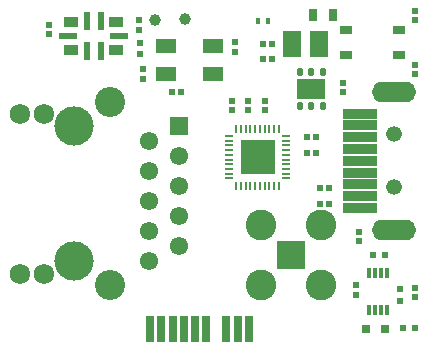
<source format=gts>
G04*
G04 #@! TF.GenerationSoftware,Altium Limited,Altium Designer,21.6.4 (81)*
G04*
G04 Layer_Color=8388736*
%FSLAX44Y44*%
%MOMM*%
G71*
G04*
G04 #@! TF.SameCoordinates,BBD99886-0AEC-46FA-8170-3E0A894F067B*
G04*
G04*
G04 #@! TF.FilePolarity,Negative*
G04*
G01*
G75*
%ADD22R,0.4725X0.5153*%
%ADD23R,1.1938X0.8890*%
%ADD24R,1.4986X0.5588*%
%ADD25R,0.5588X1.4986*%
%ADD26R,0.5725X0.6153*%
%ADD27R,0.4725X0.5811*%
%ADD29R,0.6000X0.5000*%
%ADD30R,0.8000X0.8000*%
%ADD31R,0.5000X0.6000*%
%ADD33R,0.5153X0.4725*%
%ADD34C,1.0000*%
%ADD35R,0.5200X0.5200*%
%ADD36R,1.8000X1.2000*%
%ADD38R,0.4000X0.5000*%
%ADD40R,0.5621X0.5596*%
%ADD42R,1.5549X2.3062*%
%ADD45R,0.3760X0.9260*%
%ADD46R,0.6260X0.5760*%
%ADD47R,2.8560X0.8760*%
%ADD48R,0.2760X0.6760*%
%ADD49R,0.6760X0.2760*%
%ADD50R,2.8760X2.8760*%
%ADD51R,0.7260X1.1260*%
%ADD52R,1.0760X0.7760*%
%ADD53O,0.4760X0.7760*%
%ADD54R,2.4760X1.7260*%
%ADD55R,0.6700X2.2450*%
%ADD56C,2.5510*%
%ADD57C,1.7260*%
%ADD58C,1.5540*%
%ADD59R,1.5540X1.5540*%
%ADD60C,3.3260*%
%ADD61C,2.6018*%
%ADD62R,2.4248X2.4248*%
%ADD63O,3.7360X1.7360*%
%ADD64C,1.3260*%
%ADD65C,0.5760*%
D22*
X641750Y775036D02*
D03*
Y767464D02*
D03*
X951250Y545464D02*
D03*
Y553036D02*
D03*
X796290Y711176D02*
D03*
Y703604D02*
D03*
X810260Y711176D02*
D03*
Y703604D02*
D03*
X824230Y711176D02*
D03*
Y703604D02*
D03*
X951230Y787351D02*
D03*
Y779780D02*
D03*
D23*
X660000Y777500D02*
D03*
X698500D02*
D03*
Y754500D02*
D03*
X660000D02*
D03*
D24*
X657660Y766000D02*
D03*
X700840D02*
D03*
D25*
X673250Y778573D02*
D03*
X685250D02*
D03*
Y753427D02*
D03*
X673250D02*
D03*
D26*
X718000Y771214D02*
D03*
Y779786D02*
D03*
X718250Y759786D02*
D03*
Y751214D02*
D03*
X901000Y546464D02*
D03*
Y555036D02*
D03*
D27*
X903750Y600155D02*
D03*
Y592845D02*
D03*
X951230Y741525D02*
D03*
Y734215D02*
D03*
D29*
X939000Y541500D02*
D03*
Y551500D02*
D03*
D30*
X926250Y518250D02*
D03*
X909750D02*
D03*
D31*
X941500Y518500D02*
D03*
X951500D02*
D03*
X925750Y580390D02*
D03*
X915750D02*
D03*
D33*
X830536Y746250D02*
D03*
X822964D02*
D03*
X822984Y759460D02*
D03*
X830556D02*
D03*
X867386Y680720D02*
D03*
X859814D02*
D03*
X867386Y666750D02*
D03*
X859814D02*
D03*
X871244Y637540D02*
D03*
X878816D02*
D03*
X871244Y623570D02*
D03*
X878816D02*
D03*
D34*
X731520Y779780D02*
D03*
X756500Y780500D02*
D03*
D35*
X721360Y730060D02*
D03*
Y738060D02*
D03*
X798830Y760920D02*
D03*
Y752920D02*
D03*
D36*
X780730Y757490D02*
D03*
X740730D02*
D03*
Y733490D02*
D03*
X780730D02*
D03*
D38*
X826770Y778700D02*
D03*
X818770D02*
D03*
D40*
X890270Y726643D02*
D03*
Y718617D02*
D03*
D42*
X847263Y759460D02*
D03*
X869777D02*
D03*
D45*
X927500Y534000D02*
D03*
X922500D02*
D03*
X917500D02*
D03*
X912500D02*
D03*
Y565500D02*
D03*
X917500D02*
D03*
X922500D02*
D03*
X927500D02*
D03*
D46*
X753050Y718820D02*
D03*
X745550D02*
D03*
D47*
X905050Y700400D02*
D03*
Y620400D02*
D03*
Y690400D02*
D03*
Y680400D02*
D03*
Y670400D02*
D03*
Y660400D02*
D03*
Y650400D02*
D03*
Y640400D02*
D03*
Y630400D02*
D03*
D48*
X800010Y639480D02*
D03*
X804010D02*
D03*
X808010D02*
D03*
X812010D02*
D03*
X816010D02*
D03*
X820010D02*
D03*
X824010D02*
D03*
X828010D02*
D03*
X832010D02*
D03*
X836010D02*
D03*
Y687480D02*
D03*
X832010D02*
D03*
X828010D02*
D03*
X824010D02*
D03*
X820010D02*
D03*
X816010D02*
D03*
X812010D02*
D03*
X808010D02*
D03*
X804010D02*
D03*
X800010D02*
D03*
D49*
X842010Y645480D02*
D03*
Y649480D02*
D03*
Y653480D02*
D03*
Y657480D02*
D03*
Y661480D02*
D03*
Y665480D02*
D03*
Y669480D02*
D03*
Y673480D02*
D03*
Y677480D02*
D03*
Y681480D02*
D03*
X794010D02*
D03*
Y677480D02*
D03*
Y673480D02*
D03*
Y669480D02*
D03*
Y665480D02*
D03*
Y661480D02*
D03*
Y657480D02*
D03*
Y653480D02*
D03*
Y649480D02*
D03*
Y645480D02*
D03*
D50*
X818010Y663480D02*
D03*
D51*
X882260Y783590D02*
D03*
X865260D02*
D03*
D52*
X938170Y749980D02*
D03*
X893170D02*
D03*
X938170Y771480D02*
D03*
X893170D02*
D03*
D53*
X873100Y735610D02*
D03*
X863600D02*
D03*
X854100D02*
D03*
Y707110D02*
D03*
X863600D02*
D03*
X873100D02*
D03*
D54*
X863600Y721360D02*
D03*
D55*
X791735Y517680D02*
D03*
X810558D02*
D03*
X801146D02*
D03*
X764896D02*
D03*
X774308D02*
D03*
X746073D02*
D03*
X755485D02*
D03*
X736662D02*
D03*
X727250D02*
D03*
D56*
X693440Y555010D02*
D03*
Y709910D02*
D03*
D57*
X617240Y564660D02*
D03*
X637540D02*
D03*
X617240Y700260D02*
D03*
X637540D02*
D03*
D58*
X726440Y575310D02*
D03*
X751840Y588010D02*
D03*
X726440Y600710D02*
D03*
X751840Y613410D02*
D03*
X726440Y626110D02*
D03*
X751840Y638810D02*
D03*
X726440Y651510D02*
D03*
X751840Y664210D02*
D03*
X726440Y676910D02*
D03*
D59*
X751840Y689610D02*
D03*
D60*
X662940Y575310D02*
D03*
Y689610D02*
D03*
D61*
X821350Y605900D02*
D03*
X872150D02*
D03*
X821350Y555100D02*
D03*
X872150D02*
D03*
D62*
X846750Y580500D02*
D03*
D63*
X933450Y601900D02*
D03*
Y718900D02*
D03*
D64*
Y637900D02*
D03*
Y682900D02*
D03*
D65*
X869100Y721360D02*
D03*
X858100D02*
D03*
M02*

</source>
